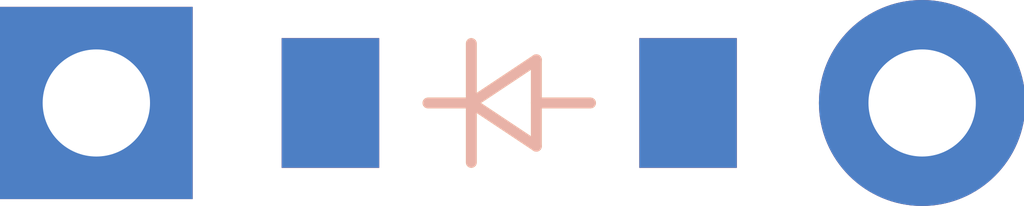
<source format=kicad_pcb>


(kicad_pcb (version 20171130) (host pcbnew 5.1.6)

  (page A3)
  (title_block
    (title pcb)
    (rev v1.0.0)
    (company Unknown)
  )

  (general
    (thickness 1.6)
  )

  (layers
    (0 F.Cu signal)
    (31 B.Cu signal)
    (32 B.Adhes user)
    (33 F.Adhes user)
    (34 B.Paste user)
    (35 F.Paste user)
    (36 B.SilkS user)
    (37 F.SilkS user)
    (38 B.Mask user)
    (39 F.Mask user)
    (40 Dwgs.User user)
    (41 Cmts.User user)
    (42 Eco1.User user)
    (43 Eco2.User user)
    (44 Edge.Cuts user)
    (45 Margin user)
    (46 B.CrtYd user)
    (47 F.CrtYd user)
    (48 B.Fab user)
    (49 F.Fab user)
  )

  (setup
    (last_trace_width 0.25)
    (trace_clearance 0.2)
    (zone_clearance 0.508)
    (zone_45_only no)
    (trace_min 0.2)
    (via_size 0.8)
    (via_drill 0.4)
    (via_min_size 0.4)
    (via_min_drill 0.3)
    (uvia_size 0.3)
    (uvia_drill 0.1)
    (uvias_allowed no)
    (uvia_min_size 0.2)
    (uvia_min_drill 0.1)
    (edge_width 0.05)
    (segment_width 0.2)
    (pcb_text_width 0.3)
    (pcb_text_size 1.5 1.5)
    (mod_edge_width 0.12)
    (mod_text_size 1 1)
    (mod_text_width 0.15)
    (pad_size 1.524 1.524)
    (pad_drill 0.762)
    (pad_to_mask_clearance 0.05)
    (aux_axis_origin 0 0)
    (visible_elements FFFFFF7F)
    (pcbplotparams
      (layerselection 0x010fc_ffffffff)
      (usegerberextensions false)
      (usegerberattributes true)
      (usegerberadvancedattributes true)
      (creategerberjobfile true)
      (excludeedgelayer true)
      (linewidth 0.100000)
      (plotframeref false)
      (viasonmask false)
      (mode 1)
      (useauxorigin false)
      (hpglpennumber 1)
      (hpglpenspeed 20)
      (hpglpendiameter 15.000000)
      (psnegative false)
      (psa4output false)
      (plotreference true)
      (plotvalue true)
      (plotinvisibletext false)
      (padsonsilk false)
      (subtractmaskfromsilk false)
      (outputformat 1)
      (mirror false)
      (drillshape 1)
      (scaleselection 1)
      (outputdirectory ""))
  )

  (net 0 "")
(net 1 "from")
(net 2 "to")

  (net_class Default "This is the default net class."
    (clearance 0.2)
    (trace_width 0.25)
    (via_dia 0.8)
    (via_drill 0.4)
    (uvia_dia 0.3)
    (uvia_drill 0.1)
    (add_net "")
(add_net "from")
(add_net "to")
  )

  
  
    (module ComboDiode (layer F.Cu) (tedit 5B24D78E)


        (at 0 0 0)

        
        (fp_text reference "D1" (at 0 0) (layer F.SilkS) hide (effects (font (size 1.27 1.27) (thickness 0.15))))
        (fp_text value "" (at 0 0) (layer F.SilkS) hide (effects (font (size 1.27 1.27) (thickness 0.15))))
        
        
        (fp_line (start 0.25 0) (end 0.75 0) (layer F.SilkS) (width 0.1))
        (fp_line (start 0.25 0.4) (end -0.35 0) (layer F.SilkS) (width 0.1))
        (fp_line (start 0.25 -0.4) (end 0.25 0.4) (layer F.SilkS) (width 0.1))
        (fp_line (start -0.35 0) (end 0.25 -0.4) (layer F.SilkS) (width 0.1))
        (fp_line (start -0.35 0) (end -0.35 0.55) (layer F.SilkS) (width 0.1))
        (fp_line (start -0.35 0) (end -0.35 -0.55) (layer F.SilkS) (width 0.1))
        (fp_line (start -0.75 0) (end -0.35 0) (layer F.SilkS) (width 0.1))
        (fp_line (start 0.25 0) (end 0.75 0) (layer B.SilkS) (width 0.1))
        (fp_line (start 0.25 0.4) (end -0.35 0) (layer B.SilkS) (width 0.1))
        (fp_line (start 0.25 -0.4) (end 0.25 0.4) (layer B.SilkS) (width 0.1))
        (fp_line (start -0.35 0) (end 0.25 -0.4) (layer B.SilkS) (width 0.1))
        (fp_line (start -0.35 0) (end -0.35 0.55) (layer B.SilkS) (width 0.1))
        (fp_line (start -0.35 0) (end -0.35 -0.55) (layer B.SilkS) (width 0.1))
        (fp_line (start -0.75 0) (end -0.35 0) (layer B.SilkS) (width 0.1))
    
        
        (pad 1 smd rect (at -1.65 0 0) (size 0.9 1.2) (layers F.Cu F.Paste F.Mask) (net 2 "to"))
        (pad 2 smd rect (at 1.65 0 0) (size 0.9 1.2) (layers B.Cu B.Paste B.Mask) (net 1 "from"))
        (pad 1 smd rect (at -1.65 0 0) (size 0.9 1.2) (layers B.Cu B.Paste B.Mask) (net 2 "to"))
        (pad 2 smd rect (at 1.65 0 0) (size 0.9 1.2) (layers F.Cu F.Paste F.Mask) (net 1 "from"))
        
        
        (pad 1 thru_hole rect (at -3.81 0 0) (size 1.778 1.778) (drill 0.9906) (layers *.Cu *.Mask) (net 2 "to"))
        (pad 2 thru_hole circle (at 3.81 0 0) (size 1.905 1.905) (drill 0.9906) (layers *.Cu *.Mask) (net 1 "from"))
    )
  
    
  

)


</source>
